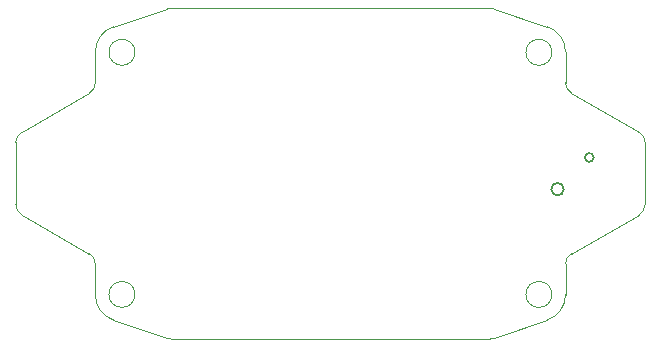
<source format=gbr>
G04 #@! TF.GenerationSoftware,KiCad,Pcbnew,(5.1.5)-3*
G04 #@! TF.CreationDate,2020-07-01T01:16:44-04:00*
G04 #@! TF.ProjectId,V0_Micro_Display,56305f4d-6963-4726-9f5f-446973706c61,rev?*
G04 #@! TF.SameCoordinates,Original*
G04 #@! TF.FileFunction,Profile,NP*
%FSLAX46Y46*%
G04 Gerber Fmt 4.6, Leading zero omitted, Abs format (unit mm)*
G04 Created by KiCad (PCBNEW (5.1.5)-3) date 2020-07-01 01:16:44*
%MOMM*%
%LPD*%
G04 APERTURE LIST*
%ADD10C,0.002000*%
%ADD11C,0.150000*%
G04 APERTURE END LIST*
D10*
X20403571Y-6798299D02*
X26142857Y-3484721D01*
X19903571Y-7664324D02*
G75*
G02X20403571Y-6798299I1000000J0D01*
G01*
X19903571Y-10283759D02*
X19903571Y-7664324D01*
X19903571Y-10283759D02*
G75*
G02X18371028Y-12416306I-2250000J0D01*
G01*
X13818869Y-13947798D02*
X18371028Y-12416306D01*
X13818870Y-13947799D02*
G75*
G02X13500000Y-14000000I-318870J947799D01*
G01*
X-13500000Y-14000000D02*
X13500000Y-14000000D01*
X-13499999Y-13999999D02*
G75*
G02X-13818869Y-13947798I-1J999999D01*
G01*
X-18371028Y-12416306D02*
X-13818869Y-13947798D01*
X-18371028Y-12416306D02*
G75*
G02X-19903571Y-10283759I717457J2132547D01*
G01*
X-19903571Y-7664324D02*
X-19903571Y-10283759D01*
X-20403571Y-6798299D02*
G75*
G02X-19903571Y-7664324I-500000J-866025D01*
G01*
X-26142857Y-3484721D02*
X-20403571Y-6798299D01*
X-26142857Y-3484720D02*
G75*
G02X-26642857Y-2618695I500000J866025D01*
G01*
X-26642857Y2618695D02*
X-26642857Y-2618695D01*
X-26642858Y2618695D02*
G75*
G02X-26142857Y3484721I1000001J0D01*
G01*
X-20403571Y6798299D02*
X-26142857Y3484721D01*
X-19903571Y7664324D02*
G75*
G02X-20403571Y6798299I-1000000J0D01*
G01*
X-19903571Y10283759D02*
X-19903571Y7664324D01*
X-19903571Y10283759D02*
G75*
G02X-18371028Y12416306I2250000J0D01*
G01*
X-13818869Y13947798D02*
X-18371028Y12416306D01*
X-13818870Y13947799D02*
G75*
G02X-13500000Y14000000I318870J-947799D01*
G01*
X13500000Y14000000D02*
X-13500000Y14000000D01*
X13499999Y13999999D02*
G75*
G02X13818869Y13947798I1J-999999D01*
G01*
X18371028Y12416306D02*
X13818869Y13947798D01*
X18371028Y12416306D02*
G75*
G02X19903571Y10283759I-717457J-2132547D01*
G01*
X19903571Y7664324D02*
X19903571Y10283759D01*
X20403571Y6798299D02*
G75*
G02X19903571Y7664324I500000J866025D01*
G01*
X26142857Y3484721D02*
X20403571Y6798299D01*
X26142857Y3484720D02*
G75*
G02X26642857Y2618695I-500000J-866025D01*
G01*
X26642857Y-2618695D02*
X26642857Y2618695D01*
X26642858Y-2618695D02*
G75*
G02X26142857Y-3484721I-1000001J0D01*
G01*
X-16549999Y10250000D02*
G75*
G03X-16549999Y10250000I-1100001J0D01*
G01*
X18750000Y10250000D02*
G75*
G03X18750000Y10250000I-1100000J0D01*
G01*
X18750000Y-10250000D02*
G75*
G03X18750000Y-10250000I-1100000J0D01*
G01*
X-16549999Y-10250000D02*
G75*
G03X-16549999Y-10250000I-1100001J0D01*
G01*
D11*
X22292503Y1343503D02*
G75*
G03X22292503Y1343503I-375000J0D01*
G01*
X19755497Y-1343503D02*
G75*
G03X19755497Y-1343503I-525000J0D01*
G01*
M02*

</source>
